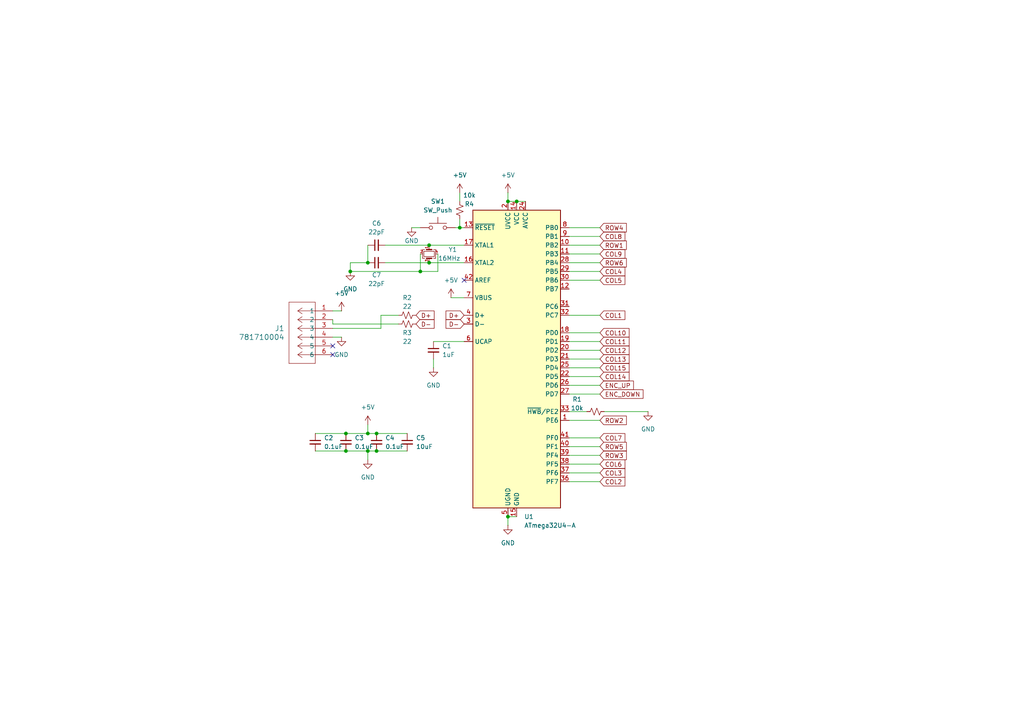
<source format=kicad_sch>
(kicad_sch (version 20231120) (generator "eeschema") (generator_version "8.0")
  (paper "A4")
  (lib_symbols
    (symbol "2024-11-18_14-13-19:781710004" (pin_names (offset 0.254))
      (property "Reference" "J" (at 8.89 6.35 0))
      (property "Value" "781710004" (at 0 0 0))
      (symbol "781710004_1_1"
        (polyline (pts (xy 5.08 -15.24) (xy 12.7 -15.24)) (stroke (width 0.127)))
        (polyline (pts (xy 5.08 2.54) (xy 5.08 -15.24)) (stroke (width 0.127)))
        (polyline (pts (xy 10.16 -12.7) (xy 5.08 -12.7)) (stroke (width 0.127)))
        (polyline (pts (xy 10.16 -12.7) (xy 8.89 -13.5467)) (stroke (width 0.127)))
        (polyline (pts (xy 10.16 -12.7) (xy 8.89 -11.8533)) (stroke (width 0.127)))
        (polyline (pts (xy 10.16 -10.16) (xy 5.08 -10.16)) (stroke (width 0.127)))
        (polyline (pts (xy 10.16 -10.16) (xy 8.89 -11.0067)) (stroke (width 0.127)))
        (polyline (pts (xy 10.16 -10.16) (xy 8.89 -9.3133)) (stroke (width 0.127)))
        (polyline (pts (xy 10.16 -7.62) (xy 5.08 -7.62)) (stroke (width 0.127)))
        (polyline (pts (xy 10.16 -7.62) (xy 8.89 -8.4667)) (stroke (width 0.127)))
        (polyline (pts (xy 10.16 -7.62) (xy 8.89 -6.7733)) (stroke (width 0.127)))
        (polyline (pts (xy 10.16 -5.08) (xy 5.08 -5.08)) (stroke (width 0.127)))
        (polyline (pts (xy 10.16 -5.08) (xy 8.89 -5.9267)) (stroke (width 0.127)))
        (polyline (pts (xy 10.16 -5.08) (xy 8.89 -4.2333)) (stroke (width 0.127)))
        (polyline (pts (xy 10.16 -2.54) (xy 5.08 -2.54)) (stroke (width 0.127)))
        (polyline (pts (xy 10.16 -2.54) (xy 8.89 -3.3867)) (stroke (width 0.127)))
        (polyline (pts (xy 10.16 -2.54) (xy 8.89 -1.6933)) (stroke (width 0.127)))
        (polyline (pts (xy 10.16 0) (xy 5.08 0)) (stroke (width 0.127)))
        (polyline (pts (xy 10.16 0) (xy 8.89 -0.8467)) (stroke (width 0.127)))
        (polyline (pts (xy 10.16 0) (xy 8.89 0.8467)) (stroke (width 0.127)))
        (polyline (pts (xy 12.7 -15.24) (xy 12.7 2.54)) (stroke (width 0.127)))
        (polyline (pts (xy 12.7 2.54) (xy 5.08 2.54)) (stroke (width 0.127)))
        (pin unspecified line (at 0 0 0) (length 5.08) (name "1") (number "1"))
        (pin unspecified line (at 0 -2.54 0) (length 5.08) (name "2") (number "2"))
        (pin unspecified line (at 0 -5.08 0) (length 5.08) (name "3") (number "3"))
        (pin unspecified line (at 0 -7.62 0) (length 5.08) (name "4") (number "4"))
        (pin unspecified line (at 0 -10.16 0) (length 5.08) (name "5") (number "5"))
        (pin unspecified line (at 0 -12.7 0) (length 5.08) (name "6") (number "6"))
      )
      (symbol "781710004_1_2"
        (polyline (pts (xy 5.08 -15.24) (xy 12.7 -15.24)) (stroke (width 0.127)))
        (polyline (pts (xy 5.08 2.54) (xy 5.08 -15.24)) (stroke (width 0.127)))
        (polyline (pts (xy 7.62 -12.7) (xy 5.08 -12.7)) (stroke (width 0.127)))
        (polyline (pts (xy 7.62 -12.7) (xy 8.89 -13.5467)) (stroke (width 0.127)))
        (polyline (pts (xy 7.62 -12.7) (xy 8.89 -11.8533)) (stroke (width 0.127)))
        (polyline (pts (xy 7.62 -10.16) (xy 5.08 -10.16)) (stroke (width 0.127)))
        (polyline (pts (xy 7.62 -10.16) (xy 8.89 -11.0067)) (stroke (width 0.127)))
        (polyline (pts (xy 7.62 -10.16) (xy 8.89 -9.3133)) (stroke (width 0.127)))
        (polyline (pts (xy 7.62 -7.62) (xy 5.08 -7.62)) (stroke (width 0.127)))
        (polyline (pts (xy 7.62 -7.62) (xy 8.89 -8.4667)) (stroke (width 0.127)))
        (polyline (pts (xy 7.62 -7.62) (xy 8.89 -6.7733)) (stroke (width 0.127)))
        (polyline (pts (xy 7.62 -5.08) (xy 5.08 -5.08)) (stroke (width 0.127)))
        (polyline (pts (xy 7.62 -5.08) (xy 8.89 -5.9267)) (stroke (width 0.127)))
        (polyline (pts (xy 7.62 -5.08) (xy 8.89 -4.2333)) (stroke (width 0.127)))
        (polyline (pts (xy 7.62 -2.54) (xy 5.08 -2.54)) (stroke (width 0.127)))
        (polyline (pts (xy 7.62 -2.54) (xy 8.89 -3.3867)) (stroke (width 0.127)))
        (polyline (pts (xy 7.62 -2.54) (xy 8.89 -1.6933)) (stroke (width 0.127)))
        (polyline (pts (xy 7.62 0) (xy 5.08 0)) (stroke (width 0.127)))
        (polyline (pts (xy 7.62 0) (xy 8.89 -0.8467)) (stroke (width 0.127)))
        (polyline (pts (xy 7.62 0) (xy 8.89 0.8467)) (stroke (width 0.127)))
        (polyline (pts (xy 12.7 -15.24) (xy 12.7 2.54)) (stroke (width 0.127)))
        (polyline (pts (xy 12.7 2.54) (xy 5.08 2.54)) (stroke (width 0.127)))
        (pin unspecified line (at 0 0 0) (length 5.08) (name "1") (number "1"))
        (pin unspecified line (at 0 -2.54 0) (length 5.08) (name "2") (number "2"))
        (pin unspecified line (at 0 -5.08 0) (length 5.08) (name "3") (number "3"))
        (pin unspecified line (at 0 -7.62 0) (length 5.08) (name "4") (number "4"))
        (pin unspecified line (at 0 -10.16 0) (length 5.08) (name "5") (number "5"))
        (pin unspecified line (at 0 -12.7 0) (length 5.08) (name "6") (number "6"))
      )
    )
    (symbol "Device:C_Small" (pin_numbers hide) (pin_names (offset 0.254) hide)
      (property "Reference" "C" (at 0.254 1.778 0))
      (property "Value" "C_Small" (at 0.254 -2.032 0))
      (symbol "C_Small_0_1"
        (polyline (pts (xy -1.524 -0.508) (xy 1.524 -0.508)) (stroke (width 0.3302)))
        (polyline (pts (xy -1.524 0.508) (xy 1.524 0.508)) (stroke (width 0.3048)))
      )
      (symbol "C_Small_1_1"
        (pin passive line (at 0 2.54 270) (length 2.032) (name "~") (number "1"))
        (pin passive line (at 0 -2.54 90) (length 2.032) (name "~") (number "2"))
      )
    )
    (symbol "Device:Crystal_GND24_Small" (pin_names (offset 1.016) hide)
      (property "Reference" "Y" (at 1.27 4.445 0))
      (property "Value" "Crystal_GND24_Small" (at 1.27 2.54 0))
      (symbol "Crystal_GND24_Small_0_1"
        (rectangle (start -0.762 -1.524) (end 0.762 1.524))
        (polyline (pts (xy -1.27 -0.762) (xy -1.27 0.762)) (stroke (width 0.381)))
        (polyline (pts (xy 1.27 -0.762) (xy 1.27 0.762)) (stroke (width 0.381)))
        (polyline (pts (xy -1.27 -1.27) (xy -1.27 -1.905) (xy 1.27 -1.905) (xy 1.27 -1.27)))
        (polyline (pts (xy -1.27 1.27) (xy -1.27 1.905) (xy 1.27 1.905) (xy 1.27 1.27)))
      )
      (symbol "Crystal_GND24_Small_1_1"
        (pin passive line (at -2.54 0 0) (length 1.27) (name "1") (number "1"))
        (pin passive line (at 0 -2.54 90) (length 0.635) (name "2") (number "2"))
        (pin passive line (at 2.54 0 180) (length 1.27) (name "3") (number "3"))
        (pin passive line (at 0 2.54 270) (length 0.635) (name "4") (number "4"))
      )
    )
    (symbol "Device:R_Small_US" (pin_numbers hide) (pin_names (offset 0.254) hide)
      (property "Reference" "R" (at 0.762 0.508 0))
      (property "Value" "R_Small_US" (at 0.762 -1.016 0))
      (symbol "R_Small_US_1_1"
        (polyline (pts (xy 0 0) (xy 1.016 -0.381) (xy 0 -0.762) (xy -1.016 -1.143) (xy 0 -1.524)))
        (polyline (pts (xy 0 1.524) (xy 1.016 1.143) (xy 0 0.762) (xy -1.016 0.381) (xy 0 0)))
        (pin passive line (at 0 2.54 270) (length 1.016) (name "~") (number "1"))
        (pin passive line (at 0 -2.54 90) (length 1.016) (name "~") (number "2"))
      )
    )
    (symbol "MCU_Microchip_ATmega:ATmega32U4-A"
      (property "Reference" "U" (at -12.7 44.45 0))
      (property "Value" "ATmega32U4-A" (at 2.54 -44.45 0))
      (symbol "ATmega32U4-A_0_1"
        (rectangle (start -12.7 -43.18) (end 12.7 43.18) (stroke (width 0.254)) (fill (type background)))
      )
      (symbol "ATmega32U4-A_1_1"
        (pin bidirectional line (at 15.24 -17.78 180) (length 2.54) (name "PE6") (number "1"))
        (pin bidirectional line (at 15.24 33.02 180) (length 2.54) (name "PB2") (number "10"))
        (pin bidirectional line (at 15.24 30.48 180) (length 2.54) (name "PB3") (number "11"))
        (pin bidirectional line (at 15.24 20.32 180) (length 2.54) (name "PB7") (number "12"))
        (pin input line (at -15.24 38.1 0) (length 2.54) (name "~{RESET}") (number "13"))
        (pin power_in line (at 0 45.72 270) (length 2.54) (name "VCC") (number "14"))
        (pin power_in line (at 0 -45.72 90) (length 2.54) (name "GND") (number "15"))
        (pin output line (at -15.24 27.94 0) (length 2.54) (name "XTAL2") (number "16"))
        (pin input line (at -15.24 33.02 0) (length 2.54) (name "XTAL1") (number "17"))
        (pin bidirectional line (at 15.24 7.62 180) (length 2.54) (name "PD0") (number "18"))
        (pin bidirectional line (at 15.24 5.08 180) (length 2.54) (name "PD1") (number "19"))
        (pin power_in line (at -2.54 45.72 270) (length 2.54) (name "UVCC") (number "2"))
        (pin bidirectional line (at 15.24 2.54 180) (length 2.54) (name "PD2") (number "20"))
        (pin bidirectional line (at 15.24 0 180) (length 2.54) (name "PD3") (number "21"))
        (pin bidirectional line (at 15.24 -5.08 180) (length 2.54) (name "PD5") (number "22"))
        (pin passive line (at 0 -45.72 90) (length 2.54) hide (name "GND") (number "23"))
        (pin power_in line (at 2.54 45.72 270) (length 2.54) (name "AVCC") (number "24"))
        (pin bidirectional line (at 15.24 -2.54 180) (length 2.54) (name "PD4") (number "25"))
        (pin bidirectional line (at 15.24 -7.62 180) (length 2.54) (name "PD6") (number "26"))
        (pin bidirectional line (at 15.24 -10.16 180) (length 2.54) (name "PD7") (number "27"))
        (pin bidirectional line (at 15.24 27.94 180) (length 2.54) (name "PB4") (number "28"))
        (pin bidirectional line (at 15.24 25.4 180) (length 2.54) (name "PB5") (number "29"))
        (pin bidirectional line (at -15.24 10.16 0) (length 2.54) (name "D-") (number "3"))
        (pin bidirectional line (at 15.24 22.86 180) (length 2.54) (name "PB6") (number "30"))
        (pin bidirectional line (at 15.24 15.24 180) (length 2.54) (name "PC6") (number "31"))
        (pin bidirectional line (at 15.24 12.7 180) (length 2.54) (name "PC7") (number "32"))
        (pin bidirectional line (at 15.24 -15.24 180) (length 2.54) (name "~{HWB}/PE2") (number "33"))
        (pin passive line (at 0 45.72 270) (length 2.54) hide (name "VCC") (number "34"))
        (pin passive line (at 0 -45.72 90) (length 2.54) hide (name "GND") (number "35"))
        (pin bidirectional line (at 15.24 -35.56 180) (length 2.54) (name "PF7") (number "36"))
        (pin bidirectional line (at 15.24 -33.02 180) (length 2.54) (name "PF6") (number "37"))
        (pin bidirectional line (at 15.24 -30.48 180) (length 2.54) (name "PF5") (number "38"))
        (pin bidirectional line (at 15.24 -27.94 180) (length 2.54) (name "PF4") (number "39"))
        (pin bidirectional line (at -15.24 12.7 0) (length 2.54) (name "D+") (number "4"))
        (pin bidirectional line (at 15.24 -25.4 180) (length 2.54) (name "PF1") (number "40"))
        (pin bidirectional line (at 15.24 -22.86 180) (length 2.54) (name "PF0") (number "41"))
        (pin passive line (at -15.24 22.86 0) (length 2.54) (name "AREF") (number "42"))
        (pin passive line (at 0 -45.72 90) (length 2.54) hide (name "GND") (number "43"))
        (pin passive line (at 2.54 45.72 270) (length 2.54) hide (name "AVCC") (number "44"))
        (pin passive line (at -2.54 -45.72 90) (length 2.54) (name "UGND") (number "5"))
        (pin passive line (at -15.24 5.08 0) (length 2.54) (name "UCAP") (number "6"))
        (pin input line (at -15.24 17.78 0) (length 2.54) (name "VBUS") (number "7"))
        (pin bidirectional line (at 15.24 38.1 180) (length 2.54) (name "PB0") (number "8"))
        (pin bidirectional line (at 15.24 35.56 180) (length 2.54) (name "PB1") (number "9"))
      )
    )
    (symbol "Switch:SW_Push" (pin_numbers hide) (pin_names (offset 1.016) hide)
      (property "Reference" "SW" (at 1.27 2.54 0))
      (property "Value" "SW_Push" (at 0 -1.524 0))
      (symbol "SW_Push_0_1"
        (circle (center -2.032 0) (radius 0.508))
        (polyline (pts (xy 0 1.27) (xy 0 3.048)))
        (polyline (pts (xy 2.54 1.27) (xy -2.54 1.27)))
        (circle (center 2.032 0) (radius 0.508))
        (pin passive line (at -5.08 0 0) (length 2.54) (name "1") (number "1"))
        (pin passive line (at 5.08 0 180) (length 2.54) (name "2") (number "2"))
      )
    )
    (symbol "power:+5V" (power) (pin_numbers hide) (pin_names (offset 0) hide)
      (property "Value" "+5V" (at 0 3.556 0))
      (symbol "+5V_0_1"
        (polyline (pts (xy -0.762 1.27) (xy 0 2.54)))
        (polyline (pts (xy 0 0) (xy 0 2.54)))
        (polyline (pts (xy 0 2.54) (xy 0.762 1.27)))
      )
      (symbol "+5V_1_1"
        (pin power_in line (at 0 0 90) (length 0) (name "~") (number "1"))
      )
    )
    (symbol "power:GND" (power) (pin_numbers hide) (pin_names (offset 0) hide)
      (property "Value" "GND" (at 0 -3.81 0))
      (symbol "GND_0_1"
        (polyline (pts (xy 0 0) (xy 0 -1.27) (xy 1.27 -1.27) (xy 0 -2.54) (xy -1.27 -1.27) (xy 0 -1.27)))
      )
      (symbol "GND_1_1"
        (pin power_in line (at 0 0 270) (length 0) (name "~") (number "1"))
      )
    )
  )
  (junction (at 133.35 66.04))
  (junction (at 149.86 58.42))
  (junction (at 106.68 130.81))
  (junction (at 121.92 78.74))
  (junction (at 109.22 125.73))
  (junction (at 147.32 58.42))
  (junction (at 109.22 130.81))
  (junction (at 100.33 130.81))
  (junction (at 101.6 78.74))
  (junction (at 124.46 76.2))
  (junction (at 124.46 71.12))
  (junction (at 147.32 149.86))
  (junction (at 106.68 125.73))
  (junction (at 106.68 76.2))
  (junction (at 100.33 125.73))
  (no_connect (at 134.62 81.28))
  (no_connect (at 96.52 102.87))
  (no_connect (at 96.52 100.33))
  (wire (pts (xy 106.68 130.81) (xy 106.68 133.35)))
  (wire (pts (xy 165.1 81.28) (xy 173.99 81.28)))
  (wire (pts (xy 106.68 130.81) (xy 109.22 130.81)))
  (wire (pts (xy 121.92 73.66) (xy 121.92 78.74)))
  (wire (pts (xy 100.33 125.73) (xy 106.68 125.73)))
  (wire (pts (xy 125.73 104.14) (xy 125.73 106.68)))
  (wire (pts (xy 124.46 76.2) (xy 134.62 76.2)))
  (wire (pts (xy 109.22 130.81) (xy 118.11 130.81)))
  (wire (pts (xy 101.6 78.74) (xy 121.92 78.74)))
  (wire (pts (xy 127 78.74) (xy 121.92 78.74)))
  (wire (pts (xy 165.1 99.06) (xy 173.99 99.06)))
  (wire (pts (xy 165.1 68.58) (xy 173.99 68.58)))
  (wire (pts (xy 165.1 132.08) (xy 173.99 132.08)))
  (wire (pts (xy 165.1 139.7) (xy 173.99 139.7)))
  (wire (pts (xy 147.32 58.42) (xy 149.86 58.42)))
  (wire (pts (xy 165.1 96.52) (xy 173.99 96.52)))
  (wire (pts (xy 101.6 76.2) (xy 101.6 78.74)))
  (wire (pts (xy 96.52 93.98) (xy 115.57 93.98)))
  (wire (pts (xy 149.86 58.42) (xy 152.4 58.42)))
  (wire (pts (xy 165.1 109.22) (xy 173.99 109.22)))
  (wire (pts (xy 91.44 125.73) (xy 100.33 125.73)))
  (wire (pts (xy 132.08 66.04) (xy 133.35 66.04)))
  (wire (pts (xy 96.52 90.17) (xy 99.06 90.17)))
  (wire (pts (xy 147.32 55.88) (xy 147.32 58.42)))
  (wire (pts (xy 124.46 71.12) (xy 134.62 71.12)))
  (wire (pts (xy 165.1 129.54) (xy 173.99 129.54)))
  (wire (pts (xy 165.1 73.66) (xy 173.99 73.66)))
  (wire (pts (xy 130.81 86.36) (xy 134.62 86.36)))
  (wire (pts (xy 91.44 130.81) (xy 100.33 130.81)))
  (wire (pts (xy 165.1 111.76) (xy 173.99 111.76)))
  (wire (pts (xy 111.76 76.2) (xy 124.46 76.2)))
  (wire (pts (xy 165.1 137.16) (xy 173.99 137.16)))
  (wire (pts (xy 165.1 91.44) (xy 173.99 91.44)))
  (wire (pts (xy 125.73 99.06) (xy 134.62 99.06)))
  (wire (pts (xy 165.1 71.12) (xy 173.99 71.12)))
  (wire (pts (xy 96.52 93.98) (xy 96.52 92.71)))
  (wire (pts (xy 165.1 106.68) (xy 173.99 106.68)))
  (wire (pts (xy 100.33 130.81) (xy 106.68 130.81)))
  (wire (pts (xy 165.1 134.62) (xy 173.99 134.62)))
  (wire (pts (xy 133.35 55.88) (xy 133.35 58.42)))
  (wire (pts (xy 147.32 149.86) (xy 149.86 149.86)))
  (wire (pts (xy 110.49 95.25) (xy 96.52 95.25)))
  (wire (pts (xy 106.68 125.73) (xy 109.22 125.73)))
  (wire (pts (xy 133.35 63.5) (xy 133.35 66.04)))
  (wire (pts (xy 165.1 104.14) (xy 173.99 104.14)))
  (wire (pts (xy 165.1 127) (xy 173.99 127)))
  (wire (pts (xy 165.1 119.38) (xy 170.18 119.38)))
  (wire (pts (xy 110.49 91.44) (xy 115.57 91.44)))
  (wire (pts (xy 111.76 71.12) (xy 124.46 71.12)))
  (wire (pts (xy 175.26 119.38) (xy 187.96 119.38)))
  (wire (pts (xy 96.52 97.79) (xy 99.06 97.79)))
  (wire (pts (xy 106.68 76.2) (xy 101.6 76.2)))
  (wire (pts (xy 110.49 91.44) (xy 110.49 95.25)))
  (wire (pts (xy 147.32 149.86) (xy 147.32 152.4)))
  (wire (pts (xy 165.1 78.74) (xy 173.99 78.74)))
  (wire (pts (xy 165.1 66.04) (xy 173.99 66.04)))
  (wire (pts (xy 165.1 121.92) (xy 173.99 121.92)))
  (wire (pts (xy 109.22 125.73) (xy 118.11 125.73)))
  (wire (pts (xy 133.35 66.04) (xy 134.62 66.04)))
  (wire (pts (xy 165.1 76.2) (xy 173.99 76.2)))
  (wire (pts (xy 165.1 101.6) (xy 173.99 101.6)))
  (wire (pts (xy 127 73.66) (xy 127 78.74)))
  (wire (pts (xy 119.38 66.04) (xy 121.92 66.04)))
  (wire (pts (xy 106.68 123.19) (xy 106.68 125.73)))
  (wire (pts (xy 106.68 71.12) (xy 106.68 76.2)))
  (wire (pts (xy 165.1 114.3) (xy 173.99 114.3)))
  (global_label "COL1" (shape input) (at 173.99 91.44 0) (property "Intersheetrefs" "${INTERSHEET_REFS}" (effects (hide yes))))
  (global_label "ROW2" (shape input) (at 173.99 121.92 0) (property "Intersheetrefs" "${INTERSHEET_REFS}" (effects (hide yes))))
  (global_label "COL9" (shape input) (at 173.99 73.66 0) (property "Intersheetrefs" "${INTERSHEET_REFS}" (effects (hide yes))))
  (global_label "D+" (shape input) (at 134.62 91.44 180) (property "Intersheetrefs" "${INTERSHEET_REFS}" (effects (hide yes))))
  (global_label "COL4" (shape input) (at 173.99 78.74 0) (property "Intersheetrefs" "${INTERSHEET_REFS}" (effects (hide yes))))
  (global_label "COL11" (shape input) (at 173.99 99.06 0) (property "Intersheetrefs" "${INTERSHEET_REFS}" (effects (hide yes))))
  (global_label "COL5" (shape input) (at 173.99 81.28 0) (property "Intersheetrefs" "${INTERSHEET_REFS}" (effects (hide yes))))
  (global_label "ROW6" (shape input) (at 173.99 76.2 0) (property "Intersheetrefs" "${INTERSHEET_REFS}" (effects (hide yes))))
  (global_label "ROW1" (shape input) (at 173.99 71.12 0) (property "Intersheetrefs" "${INTERSHEET_REFS}" (effects (hide yes))))
  (global_label "ENC_UP" (shape input) (at 173.99 111.76 0) (property "Intersheetrefs" "${INTERSHEET_REFS}" (effects (hide yes))))
  (global_label "COL14" (shape input) (at 173.99 109.22 0) (property "Intersheetrefs" "${INTERSHEET_REFS}" (effects (hide yes))))
  (global_label "D-" (shape input) (at 134.62 93.98 180) (property "Intersheetrefs" "${INTERSHEET_REFS}" (effects (hide yes))))
  (global_label "COL2" (shape input) (at 173.99 139.7 0) (property "Intersheetrefs" "${INTERSHEET_REFS}" (effects (hide yes))))
  (global_label "D+" (shape input) (at 120.65 91.44 0) (property "Intersheetrefs" "${INTERSHEET_REFS}" (effects (hide yes))))
  (global_label "COL10" (shape input) (at 173.99 96.52 0) (property "Intersheetrefs" "${INTERSHEET_REFS}" (effects (hide yes))))
  (global_label "ROW5" (shape input) (at 173.99 129.54 0) (property "Intersheetrefs" "${INTERSHEET_REFS}" (effects (hide yes))))
  (global_label "COL12" (shape input) (at 173.99 101.6 0) (property "Intersheetrefs" "${INTERSHEET_REFS}" (effects (hide yes))))
  (global_label "COL8" (shape input) (at 173.99 68.58 0) (property "Intersheetrefs" "${INTERSHEET_REFS}" (effects (hide yes))))
  (global_label "ROW4" (shape input) (at 173.99 66.04 0) (property "Intersheetrefs" "${INTERSHEET_REFS}" (effects (hide yes))))
  (global_label "D-" (shape input) (at 120.65 93.98 0) (property "Intersheetrefs" "${INTERSHEET_REFS}" (effects (hide yes))))
  (global_label "COL7" (shape input) (at 173.99 127 0) (property "Intersheetrefs" "${INTERSHEET_REFS}" (effects (hide yes))))
  (global_label "COL13" (shape input) (at 173.99 104.14 0) (property "Intersheetrefs" "${INTERSHEET_REFS}" (effects (hide yes))))
  (global_label "ENC_DOWN" (shape input) (at 173.99 114.3 0) (property "Intersheetrefs" "${INTERSHEET_REFS}" (effects (hide yes))))
  (global_label "ROW3" (shape input) (at 173.99 132.08 0) (property "Intersheetrefs" "${INTERSHEET_REFS}" (effects (hide yes))))
  (global_label "COL3" (shape input) (at 173.99 137.16 0) (property "Intersheetrefs" "${INTERSHEET_REFS}" (effects (hide yes))))
  (global_label "COL6" (shape input) (at 173.99 134.62 0) (property "Intersheetrefs" "${INTERSHEET_REFS}" (effects (hide yes))))
  (global_label "COL15" (shape input) (at 173.99 106.68 0) (property "Intersheetrefs" "${INTERSHEET_REFS}" (effects (hide yes))))
  (symbol (lib_id "power:+5V") (at 133.35 55.88 0) (unit 1)
    (property "Reference" "#PWR010" (effects (hide yes)))
    (property "Value" "+5V" (at 133.35 50.8 0))
    (property "Description" "Power symbol creates a global label with name \"+5V\"" (effects (hide yes)))
  )
  (symbol (lib_id "power:+5V") (at 130.81 86.36 0) (unit 1)
    (property "Reference" "#PWR08" (effects (hide yes)))
    (property "Value" "+5V" (at 130.81 81.28 0))
    (property "Description" "Power symbol creates a global label with name \"+5V\"" (effects (hide yes)))
  )
  (symbol (lib_id "Device:C_Small") (at 125.73 101.6 0) (unit 1)
    (property "Reference" "C1" (at 128.27 100.3362 0) (effects (justify left)))
    (property "Value" "1uF" (at 128.27 102.8762 0) (effects (justify left)))
    (property "Footprint" "Capacitor_SMD:C_0805_2012Metric" (effects (hide yes)))
    (property "Description" "Unpolarized capacitor, small symbol" (effects (hide yes)))
  )
  (symbol (lib_id "Device:R_Small_US") (at 133.35 60.96 180) (unit 1)
    (property "Reference" "R4" (at 136.144 59.182 0))
    (property "Value" "10k" (at 136.144 56.642 0))
    (property "Footprint" "Resistor_SMD:R_0805_2012Metric" (effects (hide yes)))
    (property "Description" "Resistor, small US symbol" (effects (hide yes)))
  )
  (symbol (lib_id "power:GND") (at 119.38 66.04 0) (unit 1)
    (property "Reference" "#PWR09" (effects (hide yes)))
    (property "Value" "GND" (at 119.38 69.85 0))
    (property "Description" "Power symbol creates a global label with name \"GND\" , ground" (effects (hide yes)))
  )
  (symbol (lib_id "power:GND") (at 101.6 78.74 0) (unit 1)
    (property "Reference" "#PWR01" (effects (hide yes)))
    (property "Value" "GND" (at 101.6 83.82 0))
    (property "Description" "Power symbol creates a global label with name \"GND\" , ground" (effects (hide yes)))
  )
  (symbol (lib_id "2024-11-18_14-13-19:781710004") (at 96.52 90.17 0) (mirror y) (unit 1)
    (property "Reference" "J1" (at 82.55 95.2499 0) (effects (font (size 1.524 1.524)) (justify left)))
    (property "Value" "781710004" (at 82.55 97.7899 0) (effects (font (size 1.524 1.524)) (justify left)))
    (property "Footprint" "CON_781710004" (effects (hide yes)))
    (property "Datasheet" "781710004" (effects (hide yes)))
  )
  (symbol (lib_id "power:+5V") (at 147.32 55.88 0) (unit 1)
    (property "Reference" "#PWR02" (effects (hide yes)))
    (property "Value" "+5V" (at 147.32 50.8 0))
    (property "Description" "Power symbol creates a global label with name \"+5V\"" (effects (hide yes)))
  )
  (symbol (lib_id "MCU_Microchip_ATmega:ATmega32U4-A") (at 149.86 104.14 0) (unit 1)
    (property "Reference" "U1" (at 152.0541 149.86 0) (effects (justify left)))
    (property "Value" "ATmega32U4-A" (at 152.0541 152.4 0) (effects (justify left)))
    (property "Footprint" "Package_QFP:TQFP-44_10x10mm_P0.8mm" (effects (hide yes)))
    (property "Datasheet" "http://ww1.microchip.com/downloads/en/DeviceDoc/Atmel-7766-8-bit-AVR-ATmega16U4-32U4_Datasheet.pdf" (effects (hide yes)))
    (property "Description" "16MHz, 32kB Flash, 2.5kB SRAM, 1kB EEPROM, USB 2.0, TQFP-44" (effects (hide yes)))
  )
  (symbol (lib_id "Device:R_Small_US") (at 118.11 91.44 90) (unit 1)
    (property "Reference" "R2" (at 118.11 86.36 90))
    (property "Value" "22" (at 118.11 88.9 90))
    (property "Footprint" "Resistor_SMD:R_0805_2012Metric" (effects (hide yes)))
    (property "Description" "Resistor, small US symbol" (effects (hide yes)))
  )
  (symbol (lib_id "Device:C_Small") (at 118.11 128.27 0) (unit 1)
    (property "Reference" "C5" (at 120.65 127.0062 0) (effects (justify left)))
    (property "Value" "10uF" (at 120.65 129.5462 0) (effects (justify left)))
    (property "Footprint" "Capacitor_SMD:C_0805_2012Metric" (effects (hide yes)))
    (property "Description" "Unpolarized capacitor, small symbol" (effects (hide yes)))
  )
  (symbol (lib_id "power:GND") (at 125.73 106.68 0) (unit 1)
    (property "Reference" "#PWR05" (effects (hide yes)))
    (property "Value" "GND" (at 125.73 111.76 0))
    (property "Description" "Power symbol creates a global label with name \"GND\" , ground" (effects (hide yes)))
  )
  (symbol (lib_id "power:GND") (at 106.68 133.35 0) (unit 1)
    (property "Reference" "#PWR07" (effects (hide yes)))
    (property "Value" "GND" (at 106.68 138.43 0))
    (property "Description" "Power symbol creates a global label with name \"GND\" , ground" (effects (hide yes)))
  )
  (symbol (lib_id "Device:R_Small_US") (at 118.11 93.98 90) (unit 1)
    (property "Reference" "R3" (at 118.11 96.52 90))
    (property "Value" "22" (at 118.11 99.06 90))
    (property "Footprint" "Resistor_SMD:R_0805_2012Metric" (effects (hide yes)))
    (property "Description" "Resistor, small US symbol" (effects (hide yes)))
  )
  (symbol (lib_id "Device:C_Small") (at 109.22 76.2 90) (unit 1)
    (property "Reference" "C7" (at 109.22 79.756 90))
    (property "Value" "22pF" (at 109.22 82.296 90))
    (property "Footprint" "Capacitor_SMD:C_0805_2012Metric" (effects (hide yes)))
    (property "Description" "Unpolarized capacitor, small symbol" (effects (hide yes)))
  )
  (symbol (lib_id "Device:C_Small") (at 109.22 128.27 0) (unit 1)
    (property "Reference" "C4" (at 111.76 127.0062 0) (effects (justify left)))
    (property "Value" "0.1uF" (at 111.76 129.5462 0) (effects (justify left)))
    (property "Footprint" "Capacitor_SMD:C_0805_2012Metric" (effects (hide yes)))
    (property "Description" "Unpolarized capacitor, small symbol" (effects (hide yes)))
  )
  (symbol (lib_id "power:GND") (at 147.32 152.4 0) (unit 1)
    (property "Reference" "#PWR03" (effects (hide yes)))
    (property "Value" "GND" (at 147.32 157.48 0))
    (property "Description" "Power symbol creates a global label with name \"GND\" , ground" (effects (hide yes)))
  )
  (symbol (lib_id "Switch:SW_Push") (at 127 66.04 0) (unit 1)
    (property "Reference" "SW1" (at 127 58.42 0))
    (property "Value" "SW_Push" (at 127 60.96 0))
    (property "Footprint" "random-keyboard-parts:SKQG-1155865" (effects (hide yes)))
    (property "Description" "Push button switch, generic, two pins" (effects (hide yes)))
  )
  (symbol (lib_id "Device:C_Small") (at 91.44 128.27 0) (unit 1)
    (property "Reference" "C2" (at 93.98 127.0062 0) (effects (justify left)))
    (property "Value" "0.1uF" (at 93.98 129.5462 0) (effects (justify left)))
    (property "Footprint" "Capacitor_SMD:C_0805_2012Metric" (effects (hide yes)))
    (property "Description" "Unpolarized capacitor, small symbol" (effects (hide yes)))
  )
  (symbol (lib_id "Device:C_Small") (at 109.22 71.12 90) (unit 1)
    (property "Reference" "C6" (at 109.2263 64.77 90))
    (property "Value" "22pF" (at 109.2263 67.31 90))
    (property "Footprint" "Capacitor_SMD:C_0805_2012Metric" (effects (hide yes)))
    (property "Description" "Unpolarized capacitor, small symbol" (effects (hide yes)))
  )
  (symbol (lib_id "Device:C_Small") (at 100.33 128.27 0) (unit 1)
    (property "Reference" "C3" (at 102.87 127.0062 0) (effects (justify left)))
    (property "Value" "0.1uF" (at 102.87 129.5462 0) (effects (justify left)))
    (property "Footprint" "Capacitor_SMD:C_0805_2012Metric" (effects (hide yes)))
    (property "Description" "Unpolarized capacitor, small symbol" (effects (hide yes)))
  )
  (symbol (lib_id "Device:Crystal_GND24_Small") (at 124.46 73.66 270) (unit 1)
    (property "Reference" "Y1" (at 131.318 72.39 90))
    (property "Value" "16MHz" (at 130.302 74.93 90))
    (property "Footprint" "Crystal:Crystal_SMD_3225-4Pin_3.2x2.5mm" (effects (hide yes)))
    (property "Description" "Four pin crystal, GND on pins 2 and 4, small symbol" (effects (hide yes)))
  )
  (symbol (lib_id "Device:R_Small_US") (at 172.72 119.38 90) (unit 1)
    (property "Reference" "R1" (at 167.386 115.824 90))
    (property "Value" "10k" (at 167.386 118.364 90))
    (property "Footprint" "Resistor_SMD:R_0805_2012Metric" (effects (hide yes)))
    (property "Description" "Resistor, small US symbol" (effects (hide yes)))
  )
  (symbol (lib_id "power:GND") (at 99.06 97.79 0) (unit 1)
    (property "Reference" "#PWR012" (effects (hide yes)))
    (property "Value" "GND" (at 99.06 102.87 0))
    (property "Description" "Power symbol creates a global label with name \"GND\" , ground" (effects (hide yes)))
  )
  (symbol (lib_id "power:GND") (at 187.96 119.38 0) (unit 1)
    (property "Reference" "#PWR04" (effects (hide yes)))
    (property "Value" "GND" (at 187.96 124.46 0))
    (property "Description" "Power symbol creates a global label with name \"GND\" , ground" (effects (hide yes)))
  )
  (symbol (lib_id "power:+5V") (at 106.68 123.19 0) (unit 1)
    (property "Reference" "#PWR06" (effects (hide yes)))
    (property "Value" "+5V" (at 106.68 118.11 0))
    (property "Description" "Power symbol creates a global label with name \"+5V\"" (effects (hide yes)))
  )
  (symbol (lib_id "power:+5V") (at 99.06 90.17 0) (unit 1)
    (property "Reference" "#PWR011" (effects (hide yes)))
    (property "Value" "+5V" (at 99.06 85.09 0))
    (property "Description" "Power symbol creates a global label with name \"+5V\"" (effects (hide yes)))
  )
)
</source>
